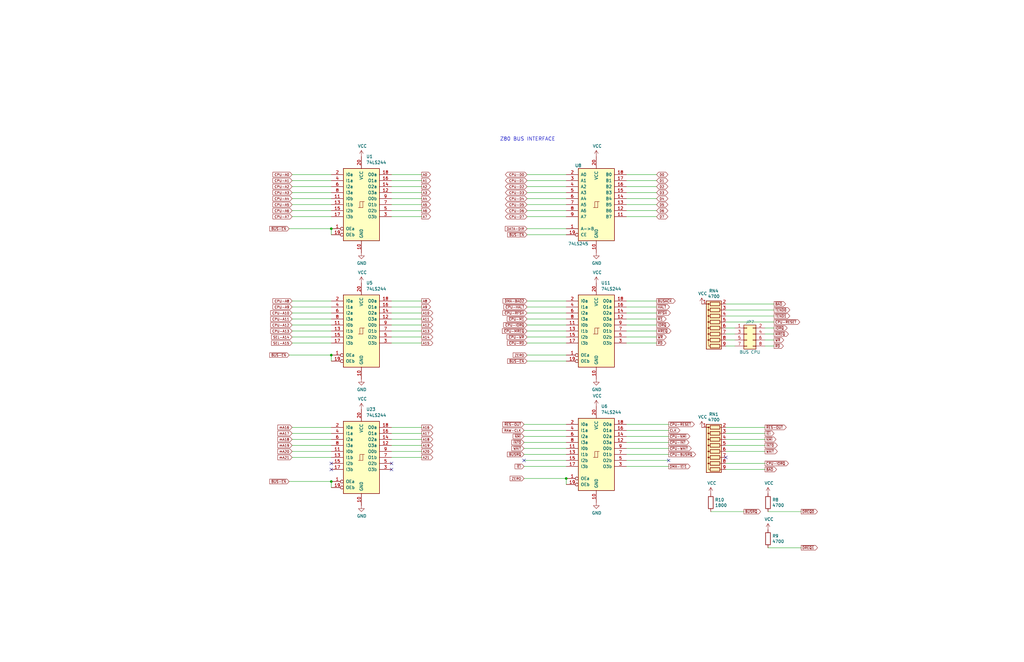
<source format=kicad_sch>
(kicad_sch (version 20211123) (generator eeschema)
  (paper "B")
  (lib_symbols
    (symbol "74xx:74LS244" (pin_names (offset 1.016))
      (property "Reference" "U" (at -7.62 16.51 0))
      (property "Value" "74LS244" (at -7.62 -16.51 0))
      (symbol "74LS244_1_0"
        (polyline (pts (xy -0.635 -1.27) (xy -0.635 1.27) (xy 0.635 1.27)))
        (polyline (pts (xy -1.27 -1.27) (xy 0.635 -1.27) (xy 0.635 1.27) (xy 1.27 1.27)))
        (pin input inverted (at -12.7 -10.16 0) (length 5.08) (name "OEa") (number "1"))
        (pin power_in line (at 0 -20.32 90) (length 5.08) (name "GND") (number "10"))
        (pin input line (at -12.7 2.54 0) (length 5.08) (name "I0b") (number "11"))
        (pin tri_state line (at 12.7 5.08 180) (length 5.08) (name "O3a") (number "12"))
        (pin input line (at -12.7 0 0) (length 5.08) (name "I1b") (number "13"))
        (pin tri_state line (at 12.7 7.62 180) (length 5.08) (name "O2a") (number "14"))
        (pin input line (at -12.7 -2.54 0) (length 5.08) (name "I2b") (number "15"))
        (pin tri_state line (at 12.7 10.16 180) (length 5.08) (name "O1a") (number "16"))
        (pin input line (at -12.7 -5.08 0) (length 5.08) (name "I3b") (number "17"))
        (pin tri_state line (at 12.7 12.7 180) (length 5.08) (name "O0a") (number "18"))
        (pin input inverted (at -12.7 -12.7 0) (length 5.08) (name "OEb") (number "19"))
        (pin input line (at -12.7 12.7 0) (length 5.08) (name "I0a") (number "2"))
        (pin power_in line (at 0 20.32 270) (length 5.08) (name "VCC") (number "20"))
        (pin tri_state line (at 12.7 -5.08 180) (length 5.08) (name "O3b") (number "3"))
        (pin input line (at -12.7 10.16 0) (length 5.08) (name "I1a") (number "4"))
        (pin tri_state line (at 12.7 -2.54 180) (length 5.08) (name "O2b") (number "5"))
        (pin input line (at -12.7 7.62 0) (length 5.08) (name "I2a") (number "6"))
        (pin tri_state line (at 12.7 0 180) (length 5.08) (name "O1b") (number "7"))
        (pin input line (at -12.7 5.08 0) (length 5.08) (name "I3a") (number "8"))
        (pin tri_state line (at 12.7 2.54 180) (length 5.08) (name "O0b") (number "9"))
      )
      (symbol "74LS244_1_1"
        (rectangle (start -7.62 15.24) (end 7.62 -15.24) (stroke (width 0.254)) (fill (type background)))
      )
    )
    (symbol "74xx:74LS245" (pin_names (offset 1.016))
      (property "Reference" "U" (at -7.62 16.51 0))
      (property "Value" "74LS245" (at -7.62 -16.51 0))
      (symbol "74LS245_1_0"
        (polyline (pts (xy -0.635 -1.27) (xy -0.635 1.27) (xy 0.635 1.27)))
        (polyline (pts (xy -1.27 -1.27) (xy 0.635 -1.27) (xy 0.635 1.27) (xy 1.27 1.27)))
        (pin input line (at -12.7 -10.16 0) (length 5.08) (name "A->B") (number "1"))
        (pin power_in line (at 0 -20.32 90) (length 5.08) (name "GND") (number "10"))
        (pin tri_state line (at 12.7 -5.08 180) (length 5.08) (name "B7") (number "11"))
        (pin tri_state line (at 12.7 -2.54 180) (length 5.08) (name "B6") (number "12"))
        (pin tri_state line (at 12.7 0 180) (length 5.08) (name "B5") (number "13"))
        (pin tri_state line (at 12.7 2.54 180) (length 5.08) (name "B4") (number "14"))
        (pin tri_state line (at 12.7 5.08 180) (length 5.08) (name "B3") (number "15"))
        (pin tri_state line (at 12.7 7.62 180) (length 5.08) (name "B2") (number "16"))
        (pin tri_state line (at 12.7 10.16 180) (length 5.08) (name "B1") (number "17"))
        (pin tri_state line (at 12.7 12.7 180) (length 5.08) (name "B0") (number "18"))
        (pin input inverted (at -12.7 -12.7 0) (length 5.08) (name "CE") (number "19"))
        (pin tri_state line (at -12.7 12.7 0) (length 5.08) (name "A0") (number "2"))
        (pin power_in line (at 0 20.32 270) (length 5.08) (name "VCC") (number "20"))
        (pin tri_state line (at -12.7 10.16 0) (length 5.08) (name "A1") (number "3"))
        (pin tri_state line (at -12.7 7.62 0) (length 5.08) (name "A2") (number "4"))
        (pin tri_state line (at -12.7 5.08 0) (length 5.08) (name "A3") (number "5"))
        (pin tri_state line (at -12.7 2.54 0) (length 5.08) (name "A4") (number "6"))
        (pin tri_state line (at -12.7 0 0) (length 5.08) (name "A5") (number "7"))
        (pin tri_state line (at -12.7 -2.54 0) (length 5.08) (name "A6") (number "8"))
        (pin tri_state line (at -12.7 -5.08 0) (length 5.08) (name "A7") (number "9"))
      )
      (symbol "74LS245_1_1"
        (rectangle (start -7.62 15.24) (end 7.62 -15.24) (stroke (width 0.254)) (fill (type background)))
      )
    )
    (symbol "Connector_Generic:Conn_02x04_Odd_Even" (pin_names (offset 1.016) hide)
      (property "Reference" "J" (at 1.27 5.08 0))
      (property "Value" "Conn_02x04_Odd_Even" (at 1.27 -7.62 0))
      (symbol "Conn_02x04_Odd_Even_1_1"
        (rectangle (start -1.27 -4.953) (end 0 -5.207) (stroke (width 0.1524)))
        (rectangle (start -1.27 -2.413) (end 0 -2.667) (stroke (width 0.1524)))
        (rectangle (start -1.27 0.127) (end 0 -0.127) (stroke (width 0.1524)))
        (rectangle (start -1.27 2.667) (end 0 2.413) (stroke (width 0.1524)))
        (rectangle (start -1.27 3.81) (end 3.81 -6.35) (stroke (width 0.254)) (fill (type background)))
        (rectangle (start 3.81 -4.953) (end 2.54 -5.207) (stroke (width 0.1524)))
        (rectangle (start 3.81 -2.413) (end 2.54 -2.667) (stroke (width 0.1524)))
        (rectangle (start 3.81 0.127) (end 2.54 -0.127) (stroke (width 0.1524)))
        (rectangle (start 3.81 2.667) (end 2.54 2.413) (stroke (width 0.1524)))
        (pin passive line (at -5.08 2.54 0) (length 3.81) (name "Pin_1") (number "1"))
        (pin passive line (at 7.62 2.54 180) (length 3.81) (name "Pin_2") (number "2"))
        (pin passive line (at -5.08 0 0) (length 3.81) (name "Pin_3") (number "3"))
        (pin passive line (at 7.62 0 180) (length 3.81) (name "Pin_4") (number "4"))
        (pin passive line (at -5.08 -2.54 0) (length 3.81) (name "Pin_5") (number "5"))
        (pin passive line (at 7.62 -2.54 180) (length 3.81) (name "Pin_6") (number "6"))
        (pin passive line (at -5.08 -5.08 0) (length 3.81) (name "Pin_7") (number "7"))
        (pin passive line (at 7.62 -5.08 180) (length 3.81) (name "Pin_8") (number "8"))
      )
    )
    (symbol "Device:R" (pin_numbers hide) (pin_names (offset 0))
      (property "Reference" "R" (at 2.032 0 90))
      (property "Value" "R" (at 0 0 90))
      (symbol "R_0_1"
        (rectangle (start -1.016 -2.54) (end 1.016 2.54) (stroke (width 0.254)))
      )
      (symbol "R_1_1"
        (pin passive line (at 0 3.81 270) (length 1.27) (name "~") (number "1"))
        (pin passive line (at 0 -3.81 90) (length 1.27) (name "~") (number "2"))
      )
    )
    (symbol "Device:R_Network08" (pin_names (offset 0) hide)
      (property "Reference" "RN" (at -12.7 0 90))
      (property "Value" "R_Network08" (at 10.16 0 90))
      (symbol "R_Network08_0_1"
        (rectangle (start -11.43 -3.175) (end 8.89 3.175) (stroke (width 0.254)) (fill (type background)))
        (rectangle (start -10.922 1.524) (end -9.398 -2.54) (stroke (width 0.254)))
        (circle (center -10.16 2.286) (radius 0.254) (fill (type outline)))
        (rectangle (start -8.382 1.524) (end -6.858 -2.54) (stroke (width 0.254)))
        (circle (center -7.62 2.286) (radius 0.254) (fill (type outline)))
        (rectangle (start -5.842 1.524) (end -4.318 -2.54) (stroke (width 0.254)))
        (circle (center -5.08 2.286) (radius 0.254) (fill (type outline)))
        (rectangle (start -3.302 1.524) (end -1.778 -2.54) (stroke (width 0.254)))
        (circle (center -2.54 2.286) (radius 0.254) (fill (type outline)))
        (rectangle (start -0.762 1.524) (end 0.762 -2.54) (stroke (width 0.254)))
        (polyline (pts (xy -10.16 -2.54) (xy -10.16 -3.81)))
        (polyline (pts (xy -7.62 -2.54) (xy -7.62 -3.81)))
        (polyline (pts (xy -5.08 -2.54) (xy -5.08 -3.81)))
        (polyline (pts (xy -2.54 -2.54) (xy -2.54 -3.81)))
        (polyline (pts (xy 0 -2.54) (xy 0 -3.81)))
        (polyline (pts (xy 2.54 -2.54) (xy 2.54 -3.81)))
        (polyline (pts (xy 5.08 -2.54) (xy 5.08 -3.81)))
        (polyline (pts (xy 7.62 -2.54) (xy 7.62 -3.81)))
        (polyline (pts (xy -10.16 1.524) (xy -10.16 2.286) (xy -7.62 2.286) (xy -7.62 1.524)))
        (polyline (pts (xy -7.62 1.524) (xy -7.62 2.286) (xy -5.08 2.286) (xy -5.08 1.524)))
        (polyline (pts (xy -5.08 1.524) (xy -5.08 2.286) (xy -2.54 2.286) (xy -2.54 1.524)))
        (polyline (pts (xy -2.54 1.524) (xy -2.54 2.286) (xy 0 2.286) (xy 0 1.524)))
        (polyline (pts (xy 0 1.524) (xy 0 2.286) (xy 2.54 2.286) (xy 2.54 1.524)))
        (polyline (pts (xy 2.54 1.524) (xy 2.54 2.286) (xy 5.08 2.286) (xy 5.08 1.524)))
        (polyline (pts (xy 5.08 1.524) (xy 5.08 2.286) (xy 7.62 2.286) (xy 7.62 1.524)))
        (circle (center 0 2.286) (radius 0.254) (fill (type outline)))
        (rectangle (start 1.778 1.524) (end 3.302 -2.54) (stroke (width 0.254)))
        (circle (center 2.54 2.286) (radius 0.254) (fill (type outline)))
        (rectangle (start 4.318 1.524) (end 5.842 -2.54) (stroke (width 0.254)))
        (circle (center 5.08 2.286) (radius 0.254) (fill (type outline)))
        (rectangle (start 6.858 1.524) (end 8.382 -2.54) (stroke (width 0.254)))
      )
      (symbol "R_Network08_1_1"
        (pin passive line (at -10.16 5.08 270) (length 2.54) (name "common") (number "1"))
        (pin passive line (at -10.16 -5.08 90) (length 1.27) (name "R1") (number "2"))
        (pin passive line (at -7.62 -5.08 90) (length 1.27) (name "R2") (number "3"))
        (pin passive line (at -5.08 -5.08 90) (length 1.27) (name "R3") (number "4"))
        (pin passive line (at -2.54 -5.08 90) (length 1.27) (name "R4") (number "5"))
        (pin passive line (at 0 -5.08 90) (length 1.27) (name "R5") (number "6"))
        (pin passive line (at 2.54 -5.08 90) (length 1.27) (name "R6") (number "7"))
        (pin passive line (at 5.08 -5.08 90) (length 1.27) (name "R7") (number "8"))
        (pin passive line (at 7.62 -5.08 90) (length 1.27) (name "R8") (number "9"))
      )
    )
    (symbol "power:GND" (power) (pin_names (offset 0))
      (property "Value" "GND" (at 0 -3.81 0))
      (symbol "GND_0_1"
        (polyline (pts (xy 0 0) (xy 0 -1.27) (xy 1.27 -1.27) (xy 0 -2.54) (xy -1.27 -1.27) (xy 0 -1.27)))
      )
      (symbol "GND_1_1"
        (pin power_in line (at 0 0 270) (length 0) hide (name "GND") (number "1"))
      )
    )
    (symbol "power:VCC" (power) (pin_names (offset 0))
      (property "Value" "VCC" (at 0 3.81 0))
      (symbol "VCC_0_1"
        (polyline (pts (xy -0.762 1.27) (xy 0 2.54)))
        (polyline (pts (xy 0 0) (xy 0 2.54)))
        (polyline (pts (xy 0 2.54) (xy 0.762 1.27)))
      )
      (symbol "VCC_1_1"
        (pin power_in line (at 0 0 90) (length 0) hide (name "VCC") (number "1"))
      )
    )
  )
  (junction (at 139.7 203.2))
  (junction (at 139.7 96.52))
  (junction (at 139.7 149.86))
  (junction (at 238.76 201.93))
  (no_connect (at 165.1 195.58))
  (no_connect (at 220.98 194.31))
  (no_connect (at 281.94 194.31))
  (no_connect (at 139.7 198.12))
  (no_connect (at 165.1 198.12))
  (no_connect (at 139.7 195.58))
  (no_connect (at 306.07 193.04))
  (wire (pts (xy 264.16 132.08) (xy 276.86 132.08)))
  (wire (pts (xy 165.1 193.04) (xy 177.8 193.04)))
  (wire (pts (xy 139.7 96.52) (xy 121.92 96.52)))
  (wire (pts (xy 123.19 73.66) (xy 139.7 73.66)))
  (wire (pts (xy 264.16 179.07) (xy 281.94 179.07)))
  (wire (pts (xy 306.07 190.5) (xy 322.58 190.5)))
  (wire (pts (xy 264.16 137.16) (xy 276.86 137.16)))
  (wire (pts (xy 306.07 143.51) (xy 309.88 143.51)))
  (wire (pts (xy 123.19 88.9) (xy 139.7 88.9)))
  (wire (pts (xy 165.1 76.2) (xy 177.8 76.2)))
  (wire (pts (xy 222.25 83.82) (xy 238.76 83.82)))
  (wire (pts (xy 264.16 184.15) (xy 281.94 184.15)))
  (wire (pts (xy 222.25 144.78) (xy 238.76 144.78)))
  (wire (pts (xy 165.1 86.36) (xy 177.8 86.36)))
  (wire (pts (xy 165.1 137.16) (xy 177.8 137.16)))
  (wire (pts (xy 165.1 129.54) (xy 177.8 129.54)))
  (wire (pts (xy 264.16 196.85) (xy 281.94 196.85)))
  (wire (pts (xy 322.58 138.43) (xy 326.39 138.43)))
  (wire (pts (xy 322.58 146.05) (xy 326.39 146.05)))
  (wire (pts (xy 323.85 215.9) (xy 337.82 215.9)))
  (wire (pts (xy 165.1 182.88) (xy 177.8 182.88)))
  (wire (pts (xy 306.07 195.58) (xy 322.58 195.58)))
  (wire (pts (xy 123.19 81.28) (xy 139.7 81.28)))
  (wire (pts (xy 222.25 132.08) (xy 238.76 132.08)))
  (wire (pts (xy 165.1 139.7) (xy 177.8 139.7)))
  (wire (pts (xy 123.19 76.2) (xy 139.7 76.2)))
  (wire (pts (xy 306.07 182.88) (xy 322.58 182.88)))
  (wire (pts (xy 165.1 127) (xy 177.8 127)))
  (wire (pts (xy 165.1 73.66) (xy 177.8 73.66)))
  (wire (pts (xy 222.25 81.28) (xy 238.76 81.28)))
  (wire (pts (xy 264.16 86.36) (xy 276.86 86.36)))
  (wire (pts (xy 139.7 152.4) (xy 139.7 149.86)))
  (wire (pts (xy 306.07 180.34) (xy 322.58 180.34)))
  (wire (pts (xy 306.07 140.97) (xy 309.88 140.97)))
  (wire (pts (xy 222.25 137.16) (xy 238.76 137.16)))
  (wire (pts (xy 123.19 91.44) (xy 139.7 91.44)))
  (wire (pts (xy 281.94 191.77) (xy 264.16 191.77)))
  (wire (pts (xy 238.76 134.62) (xy 222.25 134.62)))
  (wire (pts (xy 306.07 146.05) (xy 309.88 146.05)))
  (wire (pts (xy 222.25 76.2) (xy 238.76 76.2)))
  (wire (pts (xy 264.16 81.28) (xy 276.86 81.28)))
  (wire (pts (xy 139.7 149.86) (xy 121.92 149.86)))
  (wire (pts (xy 264.16 142.24) (xy 276.86 142.24)))
  (wire (pts (xy 222.25 86.36) (xy 238.76 86.36)))
  (wire (pts (xy 264.16 127) (xy 276.86 127)))
  (wire (pts (xy 264.16 181.61) (xy 281.94 181.61)))
  (wire (pts (xy 264.16 134.62) (xy 276.86 134.62)))
  (wire (pts (xy 222.25 142.24) (xy 238.76 142.24)))
  (wire (pts (xy 222.25 129.54) (xy 238.76 129.54)))
  (wire (pts (xy 123.19 129.54) (xy 139.7 129.54)))
  (wire (pts (xy 306.07 198.12) (xy 322.58 198.12)))
  (wire (pts (xy 123.19 83.82) (xy 139.7 83.82)))
  (wire (pts (xy 264.16 88.9) (xy 276.86 88.9)))
  (wire (pts (xy 165.1 187.96) (xy 177.8 187.96)))
  (wire (pts (xy 123.19 137.16) (xy 139.7 137.16)))
  (wire (pts (xy 165.1 88.9) (xy 177.8 88.9)))
  (wire (pts (xy 222.25 73.66) (xy 238.76 73.66)))
  (wire (pts (xy 281.94 189.23) (xy 264.16 189.23)))
  (wire (pts (xy 123.19 132.08) (xy 139.7 132.08)))
  (wire (pts (xy 165.1 91.44) (xy 177.8 91.44)))
  (wire (pts (xy 222.25 149.86) (xy 238.76 149.86)))
  (wire (pts (xy 220.98 191.77) (xy 238.76 191.77)))
  (wire (pts (xy 165.1 78.74) (xy 177.8 78.74)))
  (wire (pts (xy 165.1 144.78) (xy 177.8 144.78)))
  (wire (pts (xy 165.1 81.28) (xy 177.8 81.28)))
  (wire (pts (xy 322.58 143.51) (xy 326.39 143.51)))
  (wire (pts (xy 123.19 187.96) (xy 139.7 187.96)))
  (wire (pts (xy 264.16 139.7) (xy 276.86 139.7)))
  (wire (pts (xy 222.25 99.06) (xy 238.76 99.06)))
  (wire (pts (xy 306.07 138.43) (xy 309.88 138.43)))
  (wire (pts (xy 264.16 83.82) (xy 276.86 83.82)))
  (wire (pts (xy 306.07 135.89) (xy 326.39 135.89)))
  (wire (pts (xy 165.1 134.62) (xy 177.8 134.62)))
  (wire (pts (xy 165.1 83.82) (xy 177.8 83.82)))
  (wire (pts (xy 165.1 185.42) (xy 177.8 185.42)))
  (wire (pts (xy 323.85 231.14) (xy 337.82 231.14)))
  (wire (pts (xy 165.1 142.24) (xy 177.8 142.24)))
  (wire (pts (xy 264.16 194.31) (xy 281.94 194.31)))
  (wire (pts (xy 220.98 186.69) (xy 238.76 186.69)))
  (wire (pts (xy 264.16 186.69) (xy 281.94 186.69)))
  (wire (pts (xy 123.19 144.78) (xy 139.7 144.78)))
  (wire (pts (xy 306.07 133.35) (xy 326.39 133.35)))
  (wire (pts (xy 306.07 187.96) (xy 322.58 187.96)))
  (wire (pts (xy 222.25 152.4) (xy 238.76 152.4)))
  (wire (pts (xy 222.25 139.7) (xy 238.76 139.7)))
  (wire (pts (xy 139.7 205.74) (xy 139.7 203.2)))
  (wire (pts (xy 123.19 180.34) (xy 139.7 180.34)))
  (wire (pts (xy 123.19 139.7) (xy 139.7 139.7)))
  (wire (pts (xy 123.19 185.42) (xy 139.7 185.42)))
  (wire (pts (xy 220.98 184.15) (xy 238.76 184.15)))
  (wire (pts (xy 165.1 180.34) (xy 177.8 180.34)))
  (wire (pts (xy 123.19 193.04) (xy 139.7 193.04)))
  (wire (pts (xy 322.58 140.97) (xy 326.39 140.97)))
  (wire (pts (xy 139.7 203.2) (xy 121.92 203.2)))
  (wire (pts (xy 238.76 201.93) (xy 238.76 204.47)))
  (wire (pts (xy 220.98 179.07) (xy 238.76 179.07)))
  (wire (pts (xy 220.98 194.31) (xy 238.76 194.31)))
  (wire (pts (xy 123.19 134.62) (xy 139.7 134.62)))
  (wire (pts (xy 165.1 132.08) (xy 177.8 132.08)))
  (wire (pts (xy 220.98 201.93) (xy 238.76 201.93)))
  (wire (pts (xy 264.16 76.2) (xy 276.86 76.2)))
  (wire (pts (xy 264.16 73.66) (xy 276.86 73.66)))
  (wire (pts (xy 222.25 96.52) (xy 238.76 96.52)))
  (wire (pts (xy 123.19 190.5) (xy 139.7 190.5)))
  (wire (pts (xy 264.16 91.44) (xy 276.86 91.44)))
  (wire (pts (xy 165.1 190.5) (xy 177.8 190.5)))
  (wire (pts (xy 238.76 127) (xy 222.25 127)))
  (wire (pts (xy 220.98 196.85) (xy 238.76 196.85)))
  (wire (pts (xy 123.19 142.24) (xy 139.7 142.24)))
  (wire (pts (xy 306.07 128.27) (xy 326.39 128.27)))
  (wire (pts (xy 123.19 127) (xy 139.7 127)))
  (wire (pts (xy 264.16 144.78) (xy 276.86 144.78)))
  (wire (pts (xy 222.25 78.74) (xy 238.76 78.74)))
  (wire (pts (xy 123.19 182.88) (xy 139.7 182.88)))
  (wire (pts (xy 264.16 78.74) (xy 276.86 78.74)))
  (wire (pts (xy 306.07 130.81) (xy 326.39 130.81)))
  (wire (pts (xy 139.7 99.06) (xy 139.7 96.52)))
  (wire (pts (xy 123.19 86.36) (xy 139.7 86.36)))
  (wire (pts (xy 306.07 185.42) (xy 322.58 185.42)))
  (wire (pts (xy 123.19 78.74) (xy 139.7 78.74)))
  (wire (pts (xy 264.16 129.54) (xy 276.86 129.54)))
  (wire (pts (xy 220.98 181.61) (xy 238.76 181.61)))
  (wire (pts (xy 220.98 189.23) (xy 238.76 189.23)))
  (wire (pts (xy 222.25 91.44) (xy 238.76 91.44)))
  (wire (pts (xy 222.25 88.9) (xy 238.76 88.9)))
  (wire (pts (xy 299.72 215.9) (xy 313.69 215.9)))
  (text "Z80 BUS INTERFACE" (at 210.82 59.69 0) (effects (font (size 1.524 1.524)) (justify left bottom)))
  (global_label "A9" (shape output) (at 177.8 129.54 0) (effects (font (size 1.016 1.016))) (property "Intersheet References" "${INTERSHEET_REFS}" (effects hide)))
  (global_label "mA20" (shape input) (at 123.19 190.5 180) (effects (font (size 1.016 1.016))) (property "Intersheet References" "${INTERSHEET_REFS}" (effects hide)))
  (global_label "D1" (shape bidirectional) (at 276.86 76.2 0) (effects (font (size 1.016 1.016))) (property "Intersheet References" "${INTERSHEET_REFS}" (effects hide)))
  (global_label "~{CPU-WAIT}" (shape output) (at 281.94 189.23 0) (effects (font (size 1.016 1.016))) (property "Intersheet References" "${INTERSHEET_REFS}" (effects hide)))
  (global_label "A19" (shape output) (at 177.8 187.96 0) (effects (font (size 1.016 1.016))) (property "Intersheet References" "${INTERSHEET_REFS}" (effects hide)))
  (global_label "~{RD}" (shape output) (at 276.86 144.78 0) (effects (font (size 1.016 1.016))) (property "Intersheet References" "${INTERSHEET_REFS}" (effects hide)))
  (global_label "~{TEND1}" (shape output) (at 326.39 133.35 0) (effects (font (size 1.016 1.016))) (property "Intersheet References" "${INTERSHEET_REFS}" (effects hide)))
  (global_label "mA16" (shape input) (at 123.19 180.34 180) (effects (font (size 1.016 1.016))) (property "Intersheet References" "${INTERSHEET_REFS}" (effects hide)))
  (global_label "~{IEI}" (shape input) (at 220.98 196.85 180) (effects (font (size 1.016 1.016))) (property "Intersheet References" "${INTERSHEET_REFS}" (effects hide)))
  (global_label "~{BUS-EN}" (shape input) (at 222.25 152.4 180) (effects (font (size 1.016 1.016))) (property "Intersheet References" "${INTERSHEET_REFS}" (effects hide)))
  (global_label "~{NMI}" (shape input) (at 220.98 184.15 180) (effects (font (size 1.016 1.016))) (property "Intersheet References" "${INTERSHEET_REFS}" (effects hide)))
  (global_label "~{CPU-IORQ}" (shape input) (at 222.25 137.16 180) (effects (font (size 1.016 1.016))) (property "Intersheet References" "${INTERSHEET_REFS}" (effects hide)))
  (global_label "A16" (shape output) (at 177.8 180.34 0) (effects (font (size 1.016 1.016))) (property "Intersheet References" "${INTERSHEET_REFS}" (effects hide)))
  (global_label "~{CPU-BUSRQ}" (shape output) (at 281.94 191.77 0) (effects (font (size 1.016 1.016))) (property "Intersheet References" "${INTERSHEET_REFS}" (effects hide)))
  (global_label "SEL-A14" (shape input) (at 123.19 142.24 180) (effects (font (size 1.016 1.016))) (property "Intersheet References" "${INTERSHEET_REFS}" (effects hide)))
  (global_label "~{CPU-M1}" (shape input) (at 222.25 134.62 180) (effects (font (size 1.016 1.016))) (property "Intersheet References" "${INTERSHEET_REFS}" (effects hide)))
  (global_label "CPU-A11" (shape input) (at 123.19 134.62 180) (effects (font (size 1.016 1.016))) (property "Intersheet References" "${INTERSHEET_REFS}" (effects hide)))
  (global_label "~{WAIT}" (shape output) (at 322.58 190.5 0) (effects (font (size 1.016 1.016))) (property "Intersheet References" "${INTERSHEET_REFS}" (effects hide)))
  (global_label "SEL-A15" (shape input) (at 123.19 144.78 180) (effects (font (size 1.016 1.016))) (property "Intersheet References" "${INTERSHEET_REFS}" (effects hide)))
  (global_label "CPU-A13" (shape input) (at 123.19 139.7 180) (effects (font (size 1.016 1.016))) (property "Intersheet References" "${INTERSHEET_REFS}" (effects hide)))
  (global_label "A15" (shape output) (at 177.8 144.78 0) (effects (font (size 1.016 1.016))) (property "Intersheet References" "${INTERSHEET_REFS}" (effects hide)))
  (global_label "~{BUS-EN}" (shape input) (at 121.92 96.52 180) (effects (font (size 1.016 1.016))) (property "Intersheet References" "${INTERSHEET_REFS}" (effects hide)))
  (global_label "A0" (shape output) (at 177.8 73.66 0) (effects (font (size 1.016 1.016))) (property "Intersheet References" "${INTERSHEET_REFS}" (effects hide)))
  (global_label "DATA-DIR" (shape input) (at 222.25 96.52 180) (effects (font (size 1.016 1.016))) (property "Intersheet References" "${INTERSHEET_REFS}" (effects hide)))
  (global_label "~{DREQ0}" (shape output) (at 337.82 215.9 0) (effects (font (size 1.016 1.016))) (property "Intersheet References" "${INTERSHEET_REFS}" (effects hide)))
  (global_label "~{RFSH}" (shape output) (at 276.86 132.08 0) (effects (font (size 1.016 1.016))) (property "Intersheet References" "${INTERSHEET_REFS}" (effects hide)))
  (global_label "~{CPU-MREQ}" (shape input) (at 222.25 139.7 180) (effects (font (size 1.016 1.016))) (property "Intersheet References" "${INTERSHEET_REFS}" (effects hide)))
  (global_label "CPU-A8" (shape input) (at 123.19 127 180) (effects (font (size 1.016 1.016))) (property "Intersheet References" "${INTERSHEET_REFS}" (effects hide)))
  (global_label "CPU-A5" (shape input) (at 123.19 86.36 180) (effects (font (size 1.016 1.016))) (property "Intersheet References" "${INTERSHEET_REFS}" (effects hide)))
  (global_label "~{CPU-IORQ}" (shape output) (at 322.58 195.58 0) (effects (font (size 1.016 1.016))) (property "Intersheet References" "${INTERSHEET_REFS}" (effects hide)))
  (global_label "~{BUS-EN}" (shape input) (at 121.92 149.86 180) (effects (font (size 1.016 1.016))) (property "Intersheet References" "${INTERSHEET_REFS}" (effects hide)))
  (global_label "A4" (shape output) (at 177.8 83.82 0) (effects (font (size 1.016 1.016))) (property "Intersheet References" "${INTERSHEET_REFS}" (effects hide)))
  (global_label "ZERO" (shape input) (at 222.25 149.86 180) (effects (font (size 1.016 1.016))) (property "Intersheet References" "${INTERSHEET_REFS}" (effects hide)))
  (global_label "D2" (shape bidirectional) (at 276.86 78.74 0) (effects (font (size 1.016 1.016))) (property "Intersheet References" "${INTERSHEET_REFS}" (effects hide)))
  (global_label "~{BAO}" (shape output) (at 326.39 128.27 0) (effects (font (size 1.016 1.016))) (property "Intersheet References" "${INTERSHEET_REFS}" (effects hide)))
  (global_label "~{WAIT}" (shape input) (at 220.98 189.23 180) (effects (font (size 1.016 1.016))) (property "Intersheet References" "${INTERSHEET_REFS}" (effects hide)))
  (global_label "~{RES-OUT}" (shape input) (at 220.98 179.07 180) (effects (font (size 1.016 1.016))) (property "Intersheet References" "${INTERSHEET_REFS}" (effects hide)))
  (global_label "CPU-A6" (shape input) (at 123.19 88.9 180) (effects (font (size 1.016 1.016))) (property "Intersheet References" "${INTERSHEET_REFS}" (effects hide)))
  (global_label "~{CPU-RESET}" (shape output) (at 326.39 135.89 0) (effects (font (size 1.016 1.016))) (property "Intersheet References" "${INTERSHEET_REFS}" (effects hide)))
  (global_label "CPU-A2" (shape input) (at 123.19 78.74 180) (effects (font (size 1.016 1.016))) (property "Intersheet References" "${INTERSHEET_REFS}" (effects hide)))
  (global_label "mA17" (shape input) (at 123.19 182.88 180) (effects (font (size 1.016 1.016))) (property "Intersheet References" "${INTERSHEET_REFS}" (effects hide)))
  (global_label "~{M1}" (shape output) (at 276.86 134.62 0) (effects (font (size 1.016 1.016))) (property "Intersheet References" "${INTERSHEET_REFS}" (effects hide)))
  (global_label "~{NMI}" (shape output) (at 322.58 185.42 0) (effects (font (size 1.016 1.016))) (property "Intersheet References" "${INTERSHEET_REFS}" (effects hide)))
  (global_label "ZERO" (shape input) (at 220.98 201.93 180) (effects (font (size 1.016 1.016))) (property "Intersheet References" "${INTERSHEET_REFS}" (effects hide)))
  (global_label "CPU-A0" (shape input) (at 123.19 73.66 180) (effects (font (size 1.016 1.016))) (property "Intersheet References" "${INTERSHEET_REFS}" (effects hide)))
  (global_label "CLK" (shape output) (at 281.94 181.61 0) (effects (font (size 1.016 1.016))) (property "Intersheet References" "${INTERSHEET_REFS}" (effects hide)))
  (global_label "~{IORQ}" (shape output) (at 326.39 138.43 0) (effects (font (size 1.016 1.016))) (property "Intersheet References" "${INTERSHEET_REFS}" (effects hide)))
  (global_label "CPU-A3" (shape input) (at 123.19 81.28 180) (effects (font (size 1.016 1.016))) (property "Intersheet References" "${INTERSHEET_REFS}" (effects hide)))
  (global_label "A20" (shape output) (at 177.8 190.5 0) (effects (font (size 1.016 1.016))) (property "Intersheet References" "${INTERSHEET_REFS}" (effects hide)))
  (global_label "~{INT0}" (shape input) (at 220.98 186.69 180) (effects (font (size 1.016 1.016))) (property "Intersheet References" "${INTERSHEET_REFS}" (effects hide)))
  (global_label "mA19" (shape input) (at 123.19 187.96 180) (effects (font (size 1.016 1.016))) (property "Intersheet References" "${INTERSHEET_REFS}" (effects hide)))
  (global_label "~{CPU-INT}" (shape output) (at 281.94 186.69 0) (effects (font (size 1.016 1.016))) (property "Intersheet References" "${INTERSHEET_REFS}" (effects hide)))
  (global_label "A18" (shape output) (at 177.8 185.42 0) (effects (font (size 1.016 1.016))) (property "Intersheet References" "${INTERSHEET_REFS}" (effects hide)))
  (global_label "~{DREQ1}" (shape output) (at 337.82 231.14 0) (effects (font (size 1.016 1.016))) (property "Intersheet References" "${INTERSHEET_REFS}" (effects hide)))
  (global_label "A3" (shape output) (at 177.8 81.28 0) (effects (font (size 1.016 1.016))) (property "Intersheet References" "${INTERSHEET_REFS}" (effects hide)))
  (global_label "D3" (shape bidirectional) (at 276.86 81.28 0) (effects (font (size 1.016 1.016))) (property "Intersheet References" "${INTERSHEET_REFS}" (effects hide)))
  (global_label "CPU-D3" (shape bidirectional) (at 222.25 81.28 180) (effects (font (size 1.016 1.016))) (property "Intersheet References" "${INTERSHEET_REFS}" (effects hide)))
  (global_label "CPU-D5" (shape bidirectional) (at 222.25 86.36 180) (effects (font (size 1.016 1.016))) (property "Intersheet References" "${INTERSHEET_REFS}" (effects hide)))
  (global_label "mA18" (shape input) (at 123.19 185.42 180) (effects (font (size 1.016 1.016))) (property "Intersheet References" "${INTERSHEET_REFS}" (effects hide)))
  (global_label "D7" (shape bidirectional) (at 276.86 91.44 0) (effects (font (size 1.016 1.016))) (property "Intersheet References" "${INTERSHEET_REFS}" (effects hide)))
  (global_label "~{BUSRQ}" (shape input) (at 220.98 191.77 180) (effects (font (size 1.016 1.016))) (property "Intersheet References" "${INTERSHEET_REFS}" (effects hide)))
  (global_label "~{RD}" (shape output) (at 326.39 146.05 0) (effects (font (size 1.016 1.016))) (property "Intersheet References" "${INTERSHEET_REFS}" (effects hide)))
  (global_label "CPU-D7" (shape bidirectional) (at 222.25 91.44 180) (effects (font (size 1.016 1.016))) (property "Intersheet References" "${INTERSHEET_REFS}" (effects hide)))
  (global_label "CPU-A4" (shape input) (at 123.19 83.82 180) (effects (font (size 1.016 1.016))) (property "Intersheet References" "${INTERSHEET_REFS}" (effects hide)))
  (global_label "CPU-A12" (shape input) (at 123.19 137.16 180) (effects (font (size 1.016 1.016))) (property "Intersheet References" "${INTERSHEET_REFS}" (effects hide)))
  (global_label "CPU-D0" (shape bidirectional) (at 222.25 73.66 180) (effects (font (size 1.016 1.016))) (property "Intersheet References" "${INTERSHEET_REFS}" (effects hide)))
  (global_label "~{BAO}" (shape output) (at 322.58 198.12 0) (effects (font (size 1.016 1.016))) (property "Intersheet References" "${INTERSHEET_REFS}" (effects hide)))
  (global_label "CPU-D6" (shape bidirectional) (at 222.25 88.9 180) (effects (font (size 1.016 1.016))) (property "Intersheet References" "${INTERSHEET_REFS}" (effects hide)))
  (global_label "~{BUS-EN}" (shape input) (at 121.92 203.2 180) (effects (font (size 1.016 1.016))) (property "Intersheet References" "${INTERSHEET_REFS}" (effects hide)))
  (global_label "~{CPU-RESET}" (shape output) (at 281.94 179.07 0) (effects (font (size 1.016 1.016))) (property "Intersheet References" "${INTERSHEET_REFS}" (effects hide)))
  (global_label "~{WR}" (shape output) (at 326.39 143.51 0) (effects (font (size 1.016 1.016))) (property "Intersheet References" "${INTERSHEET_REFS}" (effects hide)))
  (global_label "A8" (shape output) (at 177.8 127 0) (effects (font (size 1.016 1.016))) (property "Intersheet References" "${INTERSHEET_REFS}" (effects hide)))
  (global_label "~{RES-OUT}" (shape output) (at 322.58 180.34 0) (effects (font (size 1.016 1.016))) (property "Intersheet References" "${INTERSHEET_REFS}" (effects hide)))
  (global_label "A5" (shape output) (at 177.8 86.36 0) (effects (font (size 1.016 1.016))) (property "Intersheet References" "${INTERSHEET_REFS}" (effects hide)))
  (global_label "~{TEND0}" (shape output) (at 326.39 130.81 0) (effects (font (size 1.016 1.016))) (property "Intersheet References" "${INTERSHEET_REFS}" (effects hide)))
  (global_label "A11" (shape output) (at 177.8 134.62 0) (effects (font (size 1.016 1.016))) (property "Intersheet References" "${INTERSHEET_REFS}" (effects hide)))
  (global_label "~{CPU-RD}" (shape input) (at 222.25 144.78 180) (effects (font (size 1.016 1.016))) (property "Intersheet References" "${INTERSHEET_REFS}" (effects hide)))
  (global_label "D6" (shape bidirectional) (at 276.86 88.9 0) (effects (font (size 1.016 1.016))) (property "Intersheet References" "${INTERSHEET_REFS}" (effects hide)))
  (global_label "A13" (shape output) (at 177.8 139.7 0) (effects (font (size 1.016 1.016))) (property "Intersheet References" "${INTERSHEET_REFS}" (effects hide)))
  (global_label "CPU-D2" (shape bidirectional) (at 222.25 78.74 180) (effects (font (size 1.016 1.016))) (property "Intersheet References" "${INTERSHEET_REFS}" (effects hide)))
  (global_label "CPU-A9" (shape input) (at 123.19 129.54 180) (effects (font (size 1.016 1.016))) (property "Intersheet References" "${INTERSHEET_REFS}" (effects hide)))
  (global_label "~{CPU-RFSH}" (shape input) (at 222.25 132.08 180) (effects (font (size 1.016 1.016))) (property "Intersheet References" "${INTERSHEET_REFS}" (effects hide)))
  (global_label "A7" (shape output) (at 177.8 91.44 0) (effects (font (size 1.016 1.016))) (property "Intersheet References" "${INTERSHEET_REFS}" (effects hide)))
  (global_label "~{MREQ}" (shape output) (at 276.86 139.7 0) (effects (font (size 1.016 1.016))) (property "Intersheet References" "${INTERSHEET_REFS}" (effects hide)))
  (global_label "CPU-D4" (shape bidirectional) (at 222.25 83.82 180) (effects (font (size 1.016 1.016))) (property "Intersheet References" "${INTERSHEET_REFS}" (effects hide)))
  (global_label "~{MREQ}" (shape output) (at 326.39 140.97 0) (effects (font (size 1.016 1.016))) (property "Intersheet References" "${INTERSHEET_REFS}" (effects hide)))
  (global_label "A14" (shape output) (at 177.8 142.24 0) (effects (font (size 1.016 1.016))) (property "Intersheet References" "${INTERSHEET_REFS}" (effects hide)))
  (global_label "CPU-A7" (shape input) (at 123.19 91.44 180) (effects (font (size 1.016 1.016))) (property "Intersheet References" "${INTERSHEET_REFS}" (effects hide)))
  (global_label "CPU-A1" (shape input) (at 123.19 76.2 180) (effects (font (size 1.016 1.016))) (property "Intersheet References" "${INTERSHEET_REFS}" (effects hide)))
  (global_label "~{DMA-BAO2}" (shape input) (at 222.25 127 180) (effects (font (size 1.016 1.016))) (property "Intersheet References" "${INTERSHEET_REFS}" (effects hide)))
  (global_label "~{IORQ}" (shape output) (at 276.86 137.16 0) (effects (font (size 1.016 1.016))) (property "Intersheet References" "${INTERSHEET_REFS}" (effects hide)))
  (global_label "A2" (shape output) (at 177.8 78.74 0) (effects (font (size 1.016 1.016))) (property "Intersheet References" "${INTERSHEET_REFS}" (effects hide)))
  (global_label "~{INT0}" (shape output) (at 322.58 187.96 0) (effects (font (size 1.016 1.016))) (property "Intersheet References" "${INTERSHEET_REFS}" (effects hide)))
  (global_label "~{HALT}" (shape output) (at 276.86 129.54 0) (effects (font (size 1.016 1.016))) (property "Intersheet References" "${INTERSHEET_REFS}" (effects hide)))
  (global_label "A12" (shape output) (at 177.8 137.16 0) (effects (font (size 1.016 1.016))) (property "Intersheet References" "${INTERSHEET_REFS}" (effects hide)))
  (global_label "D0" (shape bidirectional) (at 276.86 73.66 0) (effects (font (size 1.016 1.016))) (property "Intersheet References" "${INTERSHEET_REFS}" (effects hide)))
  (global_label "~{CPU-WR}" (shape input) (at 222.25 142.24 180) (effects (font (size 1.016 1.016))) (property "Intersheet References" "${INTERSHEET_REFS}" (effects hide)))
  (global_label "CPU-A10" (shape input) (at 123.19 132.08 180) (effects (font (size 1.016 1.016))) (property "Intersheet References" "${INTERSHEET_REFS}" (effects hide)))
  (global_label "A10" (shape output) (at 177.8 132.08 0) (effects (font (size 1.016 1.016))) (property "Intersheet References" "${INTERSHEET_REFS}" (effects hide)))
  (global_label "D4" (shape bidirectional) (at 276.86 83.82 0) (effects (font (size 1.016 1.016))) (property "Intersheet References" "${INTERSHEET_REFS}" (effects hide)))
  (global_label "mA21" (shape input) (at 123.19 193.04 180) (effects (font (size 1.016 1.016))) (property "Intersheet References" "${INTERSHEET_REFS}" (effects hide)))
  (global_label "A21" (shape output) (at 177.8 193.04 0) (effects (font (size 1.016 1.016))) (property "Intersheet References" "${INTERSHEET_REFS}" (effects hide)))
  (global_label "~{CPU-HALT}" (shape input) (at 222.25 129.54 180) (effects (font (size 1.016 1.016))) (property "Intersheet References" "${INTERSHEET_REFS}" (effects hide)))
  (global_label "~{DMA-IEI1}" (shape output) (at 281.94 196.85 0) (effects (font (size 1.016 1.016))) (property "Intersheet References" "${INTERSHEET_REFS}" (effects hide)))
  (global_label "~{BUSACK}" (shape output) (at 276.86 127 0) (effects (font (size 1.016 1.016))) (property "Intersheet References" "${INTERSHEET_REFS}" (effects hide)))
  (global_label "~{IEI}" (shape output) (at 322.58 182.88 0) (effects (font (size 1.016 1.016))) (property "Intersheet References" "${INTERSHEET_REFS}" (effects hide)))
  (global_label "~{WR}" (shape output) (at 276.86 142.24 0) (effects (font (size 1.016 1.016))) (property "Intersheet References" "${INTERSHEET_REFS}" (effects hide)))
  (global_label "~{BUS-EN}" (shape input) (at 222.25 99.06 180) (effects (font (size 1.016 1.016))) (property "Intersheet References" "${INTERSHEET_REFS}" (effects hide)))
  (global_label "CPU-D1" (shape bidirectional) (at 222.25 76.2 180) (effects (font (size 1.016 1.016))) (property "Intersheet References" "${INTERSHEET_REFS}" (effects hide)))
  (global_label "A6" (shape output) (at 177.8 88.9 0) (effects (font (size 1.016 1.016))) (property "Intersheet References" "${INTERSHEET_REFS}" (effects hide)))
  (global_label "D5" (shape bidirectional) (at 276.86 86.36 0) (effects (font (size 1.016 1.016))) (property "Intersheet References" "${INTERSHEET_REFS}" (effects hide)))
  (global_label "A1" (shape output) (at 177.8 76.2 0) (effects (font (size 1.016 1.016))) (property "Intersheet References" "${INTERSHEET_REFS}" (effects hide)))
  (global_label "A17" (shape output) (at 177.8 182.88 0) (effects (font (size 1.016 1.016))) (property "Intersheet References" "${INTERSHEET_REFS}" (effects hide)))
  (global_label "RAW-CLK" (shape input) (at 220.98 181.61 180) (effects (font (size 1.016 1.016))) (property "Intersheet References" "${INTERSHEET_REFS}" (effects hide)))
  (global_label "~{CPU-NMI}" (shape output) (at 281.94 184.15 0) (effects (font (size 1.016 1.016))) (property "Intersheet References" "${INTERSHEET_REFS}" (effects hide)))
  (global_label "~{BUSRQ}" (shape output) (at 313.69 215.9 0) (effects (font (size 1.016 1.016))) (property "Intersheet References" "${INTERSHEET_REFS}" (effects hide)))
  (symbol (lib_id "power:VCC") (at 152.4 172.72 0) (unit 1)
    (property "Reference" "#PWR07" (effects hide))
    (property "Value" "VCC" (at 152.781 168.3258 0))
  )
  (symbol (lib_id "power:GND") (at 152.4 213.36 0) (unit 1)
    (property "Reference" "#PWR09" (effects hide))
    (property "Value" "GND" (at 152.527 217.7542 0))
  )
  (symbol (lib_id "power:VCC") (at 152.4 66.04 0) (unit 1)
    (property "Reference" "#PWR0125" (effects hide))
    (property "Value" "VCC" (at 152.781 61.6458 0))
  )
  (symbol (lib_id "power:GND") (at 152.4 106.68 0) (unit 1)
    (property "Reference" "#PWR0126" (effects hide))
    (property "Value" "GND" (at 152.527 111.0742 0))
  )
  (symbol (lib_id "power:VCC") (at 152.4 119.38 0) (unit 1)
    (property "Reference" "#PWR0127" (effects hide))
    (property "Value" "VCC" (at 152.781 114.9858 0))
  )
  (symbol (lib_id "power:GND") (at 152.4 160.02 0) (unit 1)
    (property "Reference" "#PWR0128" (effects hide))
    (property "Value" "GND" (at 152.527 164.4142 0))
  )
  (symbol (lib_id "74xx:74LS245") (at 251.46 86.36 0) (unit 1)
    (property "Reference" "U8" (at 243.84 69.85 0))
    (property "Value" "74LS245" (at 243.84 102.87 0))
    (property "Footprint" "Package_DIP:DIP-20_W7.62mm" (effects hide))
    (property "Datasheet" "http://www.ti.com/lit/gpn/sn74LS245" (effects hide))
  )
  (symbol (lib_id "power:VCC") (at 251.46 66.04 0) (unit 1)
    (property "Reference" "#PWR0129" (effects hide))
    (property "Value" "VCC" (at 251.841 61.6458 0))
  )
  (symbol (lib_id "power:GND") (at 251.46 106.68 0) (unit 1)
    (property "Reference" "#PWR0130" (effects hide))
    (property "Value" "GND" (at 251.587 111.0742 0))
  )
  (symbol (lib_id "power:VCC") (at 251.46 119.38 0) (unit 1)
    (property "Reference" "#PWR0110" (effects hide))
    (property "Value" "VCC" (at 251.841 114.9858 0))
  )
  (symbol (lib_id "power:GND") (at 251.46 160.02 0) (unit 1)
    (property "Reference" "#PWR0131" (effects hide))
    (property "Value" "GND" (at 251.587 164.4142 0))
  )
  (symbol (lib_id "Device:R_Network08") (at 300.99 138.43 90) (mirror x) (unit 1)
    (property "Reference" "RN4" (at 300.99 122.7582 90))
    (property "Value" "4700" (at 300.99 125.0696 90))
    (property "Footprint" "Resistor_THT:R_Array_SIP9" (effects hide))
    (property "Datasheet" "http://www.vishay.com/docs/31509/csc.pdf" (effects hide))
  )
  (symbol (lib_id "power:VCC") (at 295.91 128.27 0) (unit 1)
    (property "Reference" "#PWR0132" (effects hide))
    (property "Value" "VCC" (at 296.291 123.8758 0))
  )
  (symbol (lib_id "Connector_Generic:Conn_02x04_Odd_Even") (at 314.96 140.97 0) (unit 1)
    (property "Reference" "JP7" (at 316.23 135.89 0))
    (property "Value" "BUS CPU" (at 316.23 148.59 0))
    (property "Footprint" "Connector_PinHeader_2.54mm:PinHeader_2x04_P2.54mm_Vertical" (effects hide))
  )
  (symbol (lib_id "power:VCC") (at 295.91 180.34 0) (unit 1)
    (property "Reference" "#PWR0133" (effects hide))
    (property "Value" "VCC" (at 296.291 175.9458 0))
  )
  (symbol (lib_id "Device:R_Network08") (at 300.99 190.5 90) (mirror x) (unit 1)
    (property "Reference" "RN1" (at 300.99 174.8282 90))
    (property "Value" "4700" (at 300.99 177.1396 90))
    (property "Footprint" "Resistor_THT:R_Array_SIP9" (effects hide))
    (property "Datasheet" "http://www.vishay.com/docs/31509/csc.pdf" (effects hide))
  )
  (symbol (lib_id "power:GND") (at 251.46 212.09 0) (unit 1)
    (property "Reference" "#PWR0134" (effects hide))
    (property "Value" "GND" (at 251.587 216.4842 0))
  )
  (symbol (lib_id "power:VCC") (at 251.46 171.45 0) (unit 1)
    (property "Reference" "#PWR0135" (effects hide))
    (property "Value" "VCC" (at 251.841 167.0558 0))
  )
  (symbol (lib_id "Device:R") (at 299.72 212.09 0) (unit 1)
    (property "Reference" "R10" (at 301.498 210.9216 0) (effects (justify left)))
    (property "Value" "1800" (at 301.498 213.233 0) (effects (justify left)))
    (property "Footprint" "Resistor_THT:R_Axial_DIN0207_L6.3mm_D2.5mm_P7.62mm_Horizontal" (effects hide))
  )
  (symbol (lib_id "power:VCC") (at 299.72 208.28 0) (unit 1)
    (property "Reference" "#PWR0136" (effects hide))
    (property "Value" "VCC" (at 300.1518 203.8858 0))
  )
  (symbol (lib_id "74xx:74LS244") (at 251.46 139.7 0) (unit 1)
    (property "Reference" "U11" (at 253.4794 119.38 0) (effects (justify left)))
    (property "Value" "74LS244" (at 253.4794 121.92 0) (effects (justify left)))
    (property "Footprint" "Package_DIP:DIP-20_W7.62mm" (effects hide))
    (property "Datasheet" "http://www.ti.com/lit/ds/symlink/sn74ls244.pdf" (effects hide))
  )
  (symbol (lib_id "74xx:74LS244") (at 152.4 139.7 0) (unit 1)
    (property "Reference" "U5" (at 154.4194 119.38 0) (effects (justify left)))
    (property "Value" "74LS244" (at 154.4194 121.92 0) (effects (justify left)))
    (property "Footprint" "Package_DIP:DIP-20_W7.62mm" (effects hide))
    (property "Datasheet" "http://www.ti.com/lit/ds/symlink/sn74ls244.pdf" (effects hide))
  )
  (symbol (lib_id "power:VCC") (at 323.85 208.28 0) (unit 1)
    (property "Reference" "#PWR016" (effects hide))
    (property "Value" "VCC" (at 324.2818 203.8858 0))
  )
  (symbol (lib_id "74xx:74LS244") (at 251.46 191.77 0) (unit 1)
    (property "Reference" "U6" (at 253.4794 171.45 0) (effects (justify left)))
    (property "Value" "74LS244" (at 253.4794 173.99 0) (effects (justify left)))
    (property "Footprint" "Package_DIP:DIP-20_W7.62mm" (effects hide))
    (property "Datasheet" "http://www.ti.com/lit/ds/symlink/sn74ls244.pdf" (effects hide))
  )
  (symbol (lib_id "Device:R") (at 323.85 227.33 0) (unit 1)
    (property "Reference" "R9" (at 325.628 226.1616 0) (effects (justify left)))
    (property "Value" "4700" (at 325.628 228.473 0) (effects (justify left)))
    (property "Footprint" "Resistor_THT:R_Axial_DIN0207_L6.3mm_D2.5mm_P7.62mm_Horizontal" (effects hide))
  )
  (symbol (lib_id "74xx:74LS244") (at 152.4 193.04 0) (unit 1)
    (property "Reference" "U23" (at 154.4194 172.72 0) (effects (justify left)))
    (property "Value" "74LS244" (at 154.4194 175.26 0) (effects (justify left)))
    (property "Footprint" "Package_DIP:DIP-20_W7.62mm" (effects hide))
    (property "Datasheet" "http://www.ti.com/lit/ds/symlink/sn74ls244.pdf" (effects hide))
  )
  (symbol (lib_id "74xx:74LS244") (at 152.4 86.36 0) (unit 1)
    (property "Reference" "U1" (at 154.4194 66.04 0) (effects (justify left)))
    (property "Value" "74LS244" (at 154.4194 68.58 0) (effects (justify left)))
    (property "Footprint" "Package_DIP:DIP-20_W7.62mm" (effects hide))
    (property "Datasheet" "http://www.ti.com/lit/ds/symlink/sn74ls244.pdf" (effects hide))
  )
  (symbol (lib_id "Device:R") (at 323.85 212.09 0) (unit 1)
    (property "Reference" "R8" (at 325.628 210.9216 0) (effects (justify left)))
    (property "Value" "4700" (at 325.628 213.233 0) (effects (justify left)))
    (property "Footprint" "Resistor_THT:R_Axial_DIN0207_L6.3mm_D2.5mm_P7.62mm_Horizontal" (effects hide))
  )
  (symbol (lib_id "power:VCC") (at 323.85 223.52 0) (unit 1)
    (property "Reference" "#PWR025" (effects hide))
    (property "Value" "VCC" (at 324.2818 219.1258 0))
  )
)
</source>
